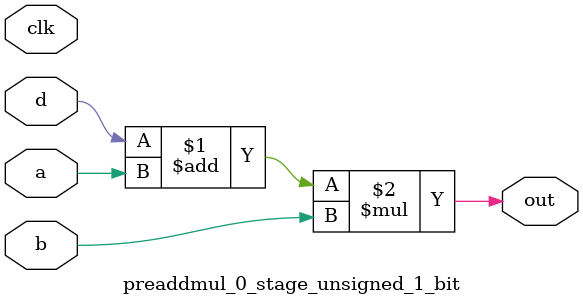
<source format=sv>
(* use_dsp = "yes" *) module preaddmul_0_stage_unsigned_1_bit(
	input  [0:0] a,
	input  [0:0] b,
	input  [0:0] d,
	output [0:0] out,
	input clk);

	assign out = (d + a) * b;
endmodule

</source>
